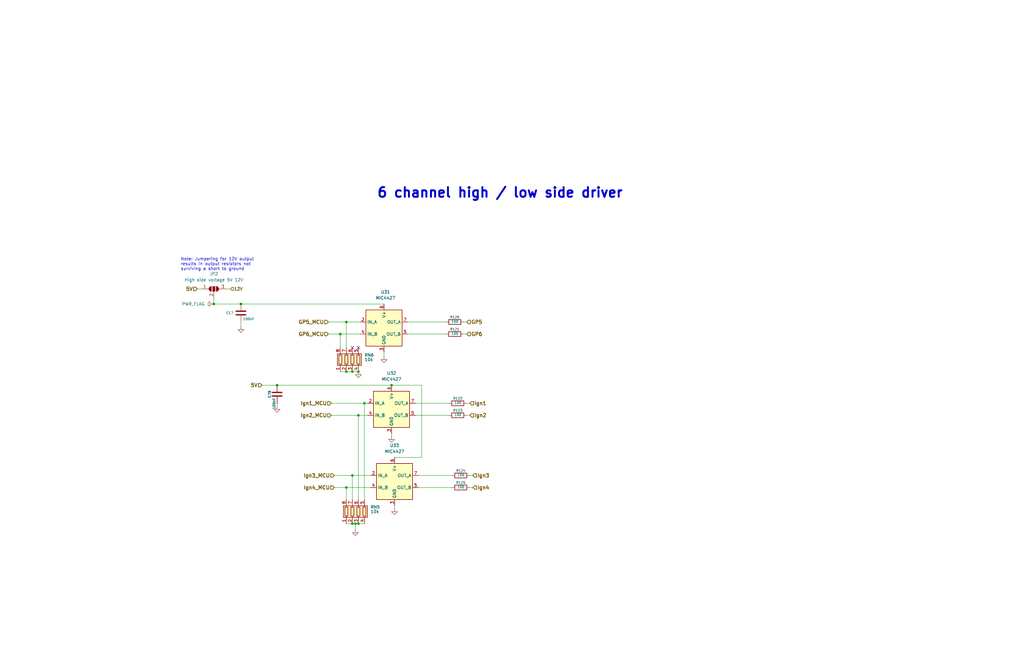
<source format=kicad_sch>
(kicad_sch (version 20250114) (generator "eeschema") (generator_version "9.0")
  (paper "B")
  (title_block (title "microRusEFI-2L") (date "2020-05-24") (rev "R0.5.2") (company "rusEFI.com") (comment 1 "Donald Becker") (comment 2 "AI6OD"))
  (lib_symbols
    (symbol "Device:C" (pin_numbers (hide yes)) (pin_names (offset 0.254))
      (property "Reference" "C" (at 0.635 2.54 0))
      (property "Value" "C" (at 0.635 -2.54 0))
      (symbol "C_0_1"
        (polyline (pts (xy -2.032 0.762) (xy 2.032 0.762)) (stroke (width 0.508)))
        (polyline (pts (xy -2.032 -0.762) (xy 2.032 -0.762)) (stroke (width 0.508)))
      )
      (symbol "C_1_1"
        (pin passive line (at 0 3.81 270) (length 2.794) (name "~") (number "1"))
        (pin passive line (at 0 -3.81 90) (length 2.794) (name "~") (number "2"))
      )
    )
    (symbol "Device:R" (pin_numbers (hide yes)) (pin_names (offset 0))
      (property "Reference" "R" (at 2.032 0 90))
      (property "Value" "R" (at 0 0 90))
      (symbol "R_0_1"
        (rectangle (start -1.016 -2.54) (end 1.016 2.54) (stroke (width 0.254)))
      )
      (symbol "R_1_1"
        (pin passive line (at 0 3.81 270) (length 1.27) (name "~") (number "1"))
        (pin passive line (at 0 -3.81 90) (length 1.27) (name "~") (number "2"))
      )
    )
    (symbol "Device:R_Pack04" (pin_names (offset 0) (hide yes))
      (property "Reference" "RN" (at -7.62 0 90))
      (property "Value" "R_Pack04" (at 5.08 0 90))
      (symbol "R_Pack04_0_1"
        (rectangle (start -6.35 -2.413) (end 3.81 2.413) (stroke (width 0.254)) (fill (type background)))
        (rectangle (start -5.715 1.905) (end -4.445 -1.905) (stroke (width 0.254)))
        (polyline (pts (xy -5.08 1.905) (xy -5.08 2.54)))
        (polyline (pts (xy -5.08 -2.54) (xy -5.08 -1.905)))
        (rectangle (start -3.175 1.905) (end -1.905 -1.905) (stroke (width 0.254)))
        (polyline (pts (xy -2.54 1.905) (xy -2.54 2.54)))
        (polyline (pts (xy -2.54 -2.54) (xy -2.54 -1.905)))
        (rectangle (start -0.635 1.905) (end 0.635 -1.905) (stroke (width 0.254)))
        (polyline (pts (xy 0 1.905) (xy 0 2.54)))
        (polyline (pts (xy 0 -2.54) (xy 0 -1.905)))
        (rectangle (start 1.905 1.905) (end 3.175 -1.905) (stroke (width 0.254)))
        (polyline (pts (xy 2.54 1.905) (xy 2.54 2.54)))
        (polyline (pts (xy 2.54 -2.54) (xy 2.54 -1.905)))
      )
      (symbol "R_Pack04_1_1"
        (pin passive line (at -5.08 5.08 270) (length 2.54) (name "R1.2") (number "8"))
        (pin passive line (at -5.08 -5.08 90) (length 2.54) (name "R1.1") (number "1"))
        (pin passive line (at -2.54 5.08 270) (length 2.54) (name "R2.2") (number "7"))
        (pin passive line (at -2.54 -5.08 90) (length 2.54) (name "R2.1") (number "2"))
        (pin passive line (at 0 5.08 270) (length 2.54) (name "R3.2") (number "6"))
        (pin passive line (at 0 -5.08 90) (length 2.54) (name "R3.1") (number "3"))
        (pin passive line (at 2.54 5.08 270) (length 2.54) (name "R4.2") (number "5"))
        (pin passive line (at 2.54 -5.08 90) (length 2.54) (name "R4.1") (number "4"))
      )
    )
    (symbol "Driver_FET:MIC4427"
      (property "Reference" "U" (at -7.62 8.89 0))
      (property "Value" "MIC4427" (at 1.27 8.89 0))
      (symbol "MIC4427_0_1"
        (rectangle (start -7.62 -7.62) (end 7.62 7.62) (stroke (width 0.254)) (fill (type background)))
      )
      (symbol "MIC4427_1_1"
        (pin input line (at -10.16 2.54 0) (length 2.54) (name "IN_A") (number "2"))
        (pin input line (at -10.16 -2.54 0) (length 2.54) (name "IN_B") (number "4"))
        (pin no_connect line (at -7.62 0 0) (length 2.54) (hide yes) (name "NC") (number "1"))
        (pin power_in line (at 0 10.16 270) (length 2.54) (name "V+") (number "6"))
        (pin power_in line (at 0 -10.16 90) (length 2.54) (name "GND") (number "3"))
        (pin no_connect line (at 7.62 0 180) (length 2.54) (hide yes) (name "NC") (number "8"))
        (pin output line (at 10.16 2.54 180) (length 2.54) (name "OUT_A") (number "7"))
        (pin output line (at 10.16 -2.54 180) (length 2.54) (name "OUT_B") (number "5"))
      )
    )
    (symbol "Jumper:SolderJumper_3_Open" (pin_names (offset 0) (hide yes))
      (property "Reference" "JP" (at -2.54 -2.54 0))
      (property "Value" "SolderJumper_3_Open" (at 0 2.794 0))
      (symbol "SolderJumper_3_Open_0_1"
        (polyline (pts (xy -2.54 0) (xy -2.032 0)))
        (polyline (pts (xy -1.016 1.016) (xy -1.016 -1.016)))
        (arc (start -1.016 -1.016) (mid -2.0275 0) (end -1.016 1.016))
        (arc (start -1.016 -1.016) (mid -2.0275 0) (end -1.016 1.016) (fill (type outline)))
        (rectangle (start -0.508 1.016) (end 0.508 -1.016) (fill (type outline)))
        (polyline (pts (xy 0 -1.27) (xy 0 -1.016)))
        (arc (start 1.016 1.016) (mid 2.0275 0) (end 1.016 -1.016))
        (arc (start 1.016 1.016) (mid 2.0275 0) (end 1.016 -1.016) (fill (type outline)))
        (polyline (pts (xy 1.016 1.016) (xy 1.016 -1.016)))
        (polyline (pts (xy 2.54 0) (xy 2.032 0)))
      )
      (symbol "SolderJumper_3_Open_1_1"
        (pin passive line (at -5.08 0 0) (length 2.54) (name "A") (number "1"))
        (pin input line (at 0 -3.81 90) (length 2.54) (name "C") (number "2"))
        (pin passive line (at 5.08 0 180) (length 2.54) (name "B") (number "3"))
      )
    )
    (symbol "power:GND" (power) (pin_names (offset 0))
      (property "Value" "GND" (at 0 -3.81 0))
      (symbol "GND_0_1"
        (polyline (pts (xy 0 0) (xy 0 -1.27) (xy 1.27 -1.27) (xy 0 -2.54) (xy -1.27 -1.27) (xy 0 -1.27)))
      )
      (symbol "GND_1_1"
        (pin power_in line (at 0 0 270) (length 0) (hide yes) (name "GND") (number "1"))
      )
    )
    (symbol "power:PWR_FLAG" (power) (pin_numbers (hide yes)) (pin_names (offset 0) (hide yes))
      (property "Value" "PWR_FLAG" (at 0 3.81 0))
      (symbol "PWR_FLAG_0_0"
        (pin power_out line (at 0 0 90) (length 0) (name "pwr") (number "1"))
      )
      (symbol "PWR_FLAG_0_1"
        (polyline (pts (xy 0 0) (xy 0 1.27) (xy -1.016 1.905) (xy 0 2.54) (xy 1.016 1.905) (xy 0 1.27)))
      )
    )
  )
  (text "Note: Jumpering for 12V output\nresults in output resistors not\nsurviving a short to ground" (at 76.2 114.3 0) (effects (font (size 1.27 1.27)) (justify left bottom)))
  (text "6 channel high / low side driver" (at 158.75 83.82 0) (effects (font (size 4.064 4.064) (thickness 0.8128) (bold yes)) (justify left bottom)))
  (junction (at 116.84 162.56))
  (junction (at 148.59 156.845))
  (junction (at 151.13 220.98))
  (junction (at 151.13 156.845))
  (junction (at 143.51 140.97))
  (junction (at 149.86 220.98))
  (junction (at 165.1 162.56))
  (junction (at 146.05 135.89))
  (junction (at 101.6 128.27))
  (junction (at 146.05 156.845))
  (junction (at 151.13 175.26))
  (junction (at 153.67 170.18))
  (junction (at 90.17 128.27))
  (junction (at 146.05 205.74))
  (junction (at 148.59 220.98))
  (junction (at 148.59 200.66))
  (no_connect (at 148.59 146.685))
  (no_connect (at 151.13 146.685))
  (wire (pts (xy 146.05 205.74) (xy 156.21 205.74)))
  (wire (pts (xy 196.85 170.18) (xy 198.12 170.18)))
  (wire (pts (xy 198.12 200.66) (xy 199.39 200.66)))
  (wire (pts (xy 176.53 205.74) (xy 190.5 205.74)))
  (wire (pts (xy 90.17 128.27) (xy 101.6 128.27)))
  (wire (pts (xy 198.12 205.74) (xy 199.39 205.74)))
  (wire (pts (xy 95.25 121.92) (xy 97.155 121.92)))
  (wire (pts (xy 177.8 162.56) (xy 165.1 162.56)))
  (wire (pts (xy 161.925 148.59) (xy 161.925 150.495)))
  (wire (pts (xy 196.85 175.26) (xy 198.12 175.26)))
  (wire (pts (xy 172.085 135.89) (xy 187.96 135.89)))
  (wire (pts (xy 195.58 135.89) (xy 196.85 135.89)))
  (wire (pts (xy 148.59 200.66) (xy 148.59 210.82)))
  (wire (pts (xy 176.53 200.66) (xy 190.5 200.66)))
  (wire (pts (xy 138.43 140.97) (xy 143.51 140.97)))
  (wire (pts (xy 110.49 162.56) (xy 116.84 162.56)))
  (wire (pts (xy 139.7 170.18) (xy 153.67 170.18)))
  (wire (pts (xy 101.6 135.89) (xy 101.6 137.795)))
  (wire (pts (xy 166.37 213.36) (xy 166.37 214.63)))
  (wire (pts (xy 139.7 175.26) (xy 151.13 175.26)))
  (wire (pts (xy 143.51 140.97) (xy 143.51 146.685)))
  (wire (pts (xy 153.67 170.18) (xy 153.67 210.82)))
  (wire (pts (xy 140.97 205.74) (xy 146.05 205.74)))
  (wire (pts (xy 90.17 125.73) (xy 90.17 128.27)))
  (wire (pts (xy 175.26 170.18) (xy 189.23 170.18)))
  (wire (pts (xy 140.97 200.66) (xy 148.59 200.66)))
  (wire (pts (xy 165.1 182.88) (xy 165.1 184.15)))
  (wire (pts (xy 154.94 170.18) (xy 153.67 170.18)))
  (wire (pts (xy 83.185 121.92) (xy 85.09 121.92)))
  (wire (pts (xy 138.43 135.89) (xy 146.05 135.89)))
  (wire (pts (xy 151.13 175.26) (xy 151.13 210.82)))
  (wire (pts (xy 116.84 162.56) (xy 165.1 162.56)))
  (wire (pts (xy 151.13 175.26) (xy 154.94 175.26)))
  (wire (pts (xy 146.05 205.74) (xy 146.05 210.82)))
  (wire (pts (xy 156.21 200.66) (xy 148.59 200.66)))
  (wire (pts (xy 143.51 140.97) (xy 151.765 140.97)))
  (wire (pts (xy 116.84 170.18) (xy 116.84 171.45)))
  (wire (pts (xy 148.59 156.845) (xy 151.13 156.845)))
  (wire (pts (xy 146.05 220.98) (xy 148.59 220.98)))
  (wire (pts (xy 151.13 220.98) (xy 153.67 220.98)))
  (wire (pts (xy 175.26 175.26) (xy 189.23 175.26)))
  (wire (pts (xy 151.765 135.89) (xy 146.05 135.89)))
  (wire (pts (xy 177.8 193.04) (xy 177.8 162.56)))
  (wire (pts (xy 143.51 156.845) (xy 146.05 156.845)))
  (wire (pts (xy 149.86 220.98) (xy 151.13 220.98)))
  (wire (pts (xy 166.37 193.04) (xy 177.8 193.04)))
  (wire (pts (xy 195.58 140.97) (xy 196.85 140.97)))
  (wire (pts (xy 101.6 128.27) (xy 161.925 128.27)))
  (wire (pts (xy 146.05 156.845) (xy 148.59 156.845)))
  (wire (pts (xy 172.085 140.97) (xy 187.96 140.97)))
  (wire (pts (xy 146.05 135.89) (xy 146.05 146.685)))
  (wire (pts (xy 149.86 220.98) (xy 149.86 223.52)))
  (wire (pts (xy 148.59 220.98) (xy 149.86 220.98)))
  (hierarchical_label "Ign1_MCU" (shape input) (at 139.7 170.18 180) (effects (font (size 1.524 1.524) (thickness 0.3048) (bold yes))))
  (hierarchical_label "Ign2" (shape input) (at 198.12 175.26 0) (effects (font (size 1.524 1.524) (thickness 0.3048) (bold yes))))
  (hierarchical_label "Ign3" (shape input) (at 199.39 200.66 0) (effects (font (size 1.524 1.524) (thickness 0.3048) (bold yes))))
  (hierarchical_label "Ign3_MCU" (shape input) (at 140.97 200.66 180) (effects (font (size 1.524 1.524) (thickness 0.3048) (bold yes))))
  (hierarchical_label "Ign1" (shape input) (at 198.12 170.18 0) (effects (font (size 1.524 1.524) (thickness 0.3048) (bold yes))))
  (hierarchical_label "12V" (shape input) (at 97.155 121.92 0) (effects (font (thickness 0.254) (bold yes))))
  (hierarchical_label "Ign2_MCU" (shape input) (at 139.7 175.26 180) (effects (font (size 1.524 1.524) (thickness 0.3048) (bold yes))))
  (hierarchical_label "GP5" (shape input) (at 196.85 135.89 0) (effects (font (size 1.524 1.524) (thickness 0.3048) (bold yes))))
  (hierarchical_label "5V" (shape input) (at 83.185 121.92 180) (effects (font (size 1.524 1.524) (thickness 0.3048) (bold yes))))
  (hierarchical_label "Ign4_MCU" (shape input) (at 140.97 205.74 180) (effects (font (size 1.524 1.524) (thickness 0.3048) (bold yes))))
  (hierarchical_label "GP6" (shape input) (at 196.85 140.97 0) (effects (font (size 1.524 1.524) (thickness 0.3048) (bold yes))))
  (hierarchical_label "GP5_MCU" (shape input) (at 138.43 135.89 180) (effects (font (size 1.524 1.524) (thickness 0.3048) (bold yes))))
  (hierarchical_label "Ign4" (shape input) (at 199.39 205.74 0) (effects (font (size 1.524 1.524) (thickness 0.3048) (bold yes))))
  (hierarchical_label "GP6_MCU" (shape input) (at 138.43 140.97 180) (effects (font (size 1.524 1.524) (thickness 0.3048) (bold yes))))
  (hierarchical_label "5V" (shape input) (at 110.49 162.56 180) (effects (font (size 1.524 1.524) (thickness 0.3048) (bold yes))))
  (symbol (lib_id "power:GND") (at 149.86 223.52 0) (unit 1)
    (property "Reference" "#PWR0153" (effects (hide yes)))
    (property "Value" "GND" (effects (hide yes)))
  )
  (symbol (lib_id "Device:C") (at 116.84 166.37 0) (mirror y) (unit 1)
    (property "Reference" "C78" (at 113.665 166.37 90) (effects (font (size 1.016 1.016))))
    (property "Value" "100nF" (at 115.57 172.72 90) (effects (font (size 1.016 1.016)) (justify left)))
    (property "Footprint" "Capacitor_SMD:C_0603_1608Metric" (effects (hide yes)))
    (property "LCSC" "C14663" (effects (hide yes)))
    (property "Manufacturer" "KEMET" (effects (hide yes)))
    (property "Part #" "C0603C104J5RACTU" (effects (hide yes)))
    (property "VEND" "DIGI" (effects (hide yes)))
    (property "VEND#" "399-7844-1-ND" (effects (hide yes)))
  )
  (symbol (lib_id "power:GND") (at 116.84 171.45 0) (unit 1)
    (property "Reference" "#PWR0149" (effects (hide yes)))
    (property "Value" "GND" (effects (hide yes)))
  )
  (symbol (lib_id "Device:R") (at 191.77 135.89 270) (mirror x) (unit 1)
    (property "Reference" "R120" (at 191.77 133.858 90) (effects (font (size 1.016 1.016))))
    (property "Value" "100" (at 191.7954 135.7122 90) (effects (font (size 1.016 1.016))))
    (property "Footprint" "Resistor_SMD:R_1206_3216Metric" (effects (hide yes)))
    (property "Part #" "RMCF0603FT100R" (effects (hide yes)))
    (property "VEND" "DIGI" (effects (hide yes)))
    (property "VEND#" "RMCF0603FT100RCT-ND" (effects (hide yes)))
    (property "Manufacturer" "StackPole" (effects (hide yes)))
    (property "LCSC" "C17901" (effects (hide yes)))
  )
  (symbol (lib_id "power:GND") (at 161.925 150.495 0) (unit 1)
    (property "Reference" "#PWR0158" (effects (hide yes)))
    (property "Value" "GND" (effects (hide yes)))
  )
  (symbol (lib_id "power:GND") (at 151.13 156.845 0) (unit 1)
    (property "Reference" "#PWR0150" (effects (hide yes)))
    (property "Value" "GND" (effects (hide yes)))
  )
  (symbol (lib_id "Device:R") (at 191.77 140.97 270) (mirror x) (unit 1)
    (property "Reference" "R121" (at 191.77 138.938 90) (effects (font (size 1.016 1.016))))
    (property "Value" "100" (at 191.7954 140.7922 90) (effects (font (size 1.016 1.016))))
    (property "Footprint" "Resistor_SMD:R_1206_3216Metric" (effects (hide yes)))
    (property "Part #" "RMCF0603FT100R" (effects (hide yes)))
    (property "VEND" "DIGI" (effects (hide yes)))
    (property "VEND#" "RMCF0603FT100RCT-ND" (effects (hide yes)))
    (property "Manufacturer" "StackPole" (effects (hide yes)))
    (property "LCSC" "C17901" (effects (hide yes)))
  )
  (symbol (lib_id "Device:R") (at 193.04 170.18 270) (mirror x) (unit 1)
    (property "Reference" "R122" (at 193.04 168.148 90) (effects (font (size 1.016 1.016))))
    (property "Value" "100" (at 193.0654 170.0022 90) (effects (font (size 1.016 1.016))))
    (property "Footprint" "Resistor_SMD:R_1206_3216Metric" (effects (hide yes)))
    (property "Part #" "RMCF0603FT100R" (effects (hide yes)))
    (property "VEND" "DIGI" (effects (hide yes)))
    (property "VEND#" "RMCF0603FT100RCT-ND" (effects (hide yes)))
    (property "Manufacturer" "StackPole" (effects (hide yes)))
    (property "LCSC" "C17901" (effects (hide yes)))
  )
  (symbol (lib_id "Device:R") (at 193.04 175.26 270) (mirror x) (unit 1)
    (property "Reference" "R123" (at 193.04 173.228 90) (effects (font (size 1.016 1.016))))
    (property "Value" "100" (at 193.0654 175.0822 90) (effects (font (size 1.016 1.016))))
    (property "Footprint" "Resistor_SMD:R_1206_3216Metric" (effects (hide yes)))
    (property "Part #" "RMCF0603FT100R" (effects (hide yes)))
    (property "VEND" "DIGI" (effects (hide yes)))
    (property "VEND#" "RMCF0603FT100RCT-ND" (effects (hide yes)))
    (property "Manufacturer" "StackPole" (effects (hide yes)))
    (property "LCSC" "C17901" (effects (hide yes)))
  )
  (symbol (lib_id "Device:R") (at 194.31 200.66 270) (mirror x) (unit 1)
    (property "Reference" "R124" (at 194.31 198.628 90) (effects (font (size 1.016 1.016))))
    (property "Value" "100" (at 194.3354 200.4822 90) (effects (font (size 1.016 1.016))))
    (property "Footprint" "Resistor_SMD:R_1206_3216Metric" (effects (hide yes)))
    (property "Part #" "RMCF0603FT100R" (effects (hide yes)))
    (property "VEND" "DIGI" (effects (hide yes)))
    (property "VEND#" "RMCF0603FT100RCT-ND" (effects (hide yes)))
    (property "Manufacturer" "StackPole" (effects (hide yes)))
    (property "LCSC" "C17901" (effects (hide yes)))
  )
  (symbol (lib_id "Device:R") (at 194.31 205.74 270) (mirror x) (unit 1)
    (property "Reference" "R125" (at 194.31 203.708 90) (effects (font (size 1.016 1.016))))
    (property "Value" "100" (at 194.3354 205.5622 90) (effects (font (size 1.016 1.016))))
    (property "Footprint" "Resistor_SMD:R_1206_3216Metric" (effects (hide yes)))
    (property "Part #" "RMCF0603FT100R" (effects (hide yes)))
    (property "VEND" "DIGI" (effects (hide yes)))
    (property "VEND#" "RMCF0603FT100RCT-ND" (effects (hide yes)))
    (property "Manufacturer" "StackPole" (effects (hide yes)))
    (property "LCSC" "C17901" (effects (hide yes)))
  )
  (symbol (lib_id "Jumper:SolderJumper_3_Open") (at 90.17 121.92 0) (unit 1)
    (property "Reference" "JP2" (at 90.17 115.57 0))
    (property "Value" "High side voltage 5V 12V" (at 90.17 118.11 0))
    (property "Footprint" "Jumper:SolderJumper-3_P1.3mm_Open_Pad1.0x1.5mm" (effects (hide yes)))
  )
  (symbol (lib_id "Device:R_Pack04") (at 151.13 215.9 0) (unit 1)
    (property "Reference" "RN5" (at 156.21 213.995 0) (effects (justify left)))
    (property "Value" "10k" (at 156.21 215.9 0) (effects (justify left)))
    (property "Footprint" "Resistor_SMD:R_Array_Convex_4x0603" (effects (hide yes)))
    (property "LCSC" "C29718" (effects (hide yes)))
    (property "Manufacturer" "Yageo" (effects (hide yes)))
    (property "Part #" "YC164-JR-0710KL" (effects (hide yes)))
    (property "VEND" "DIGI" (effects (hide yes)))
    (property "VEND#" "YC164J-10KCT-ND" (effects (hide yes)))
  )
  (symbol (lib_id "Device:R_Pack04") (at 148.59 151.765 0) (unit 1)
    (property "Reference" "RN6" (at 153.67 149.86 0) (effects (justify left)))
    (property "Value" "10k" (at 153.67 151.765 0) (effects (justify left)))
    (property "Footprint" "Resistor_SMD:R_Array_Convex_4x0603" (effects (hide yes)))
    (property "LCSC" "C29718" (effects (hide yes)))
    (property "Manufacturer" "Yageo" (effects (hide yes)))
    (property "Part #" "YC164-JR-0710KL" (effects (hide yes)))
    (property "VEND" "DIGI" (effects (hide yes)))
    (property "VEND#" "YC164J-10KCT-ND" (effects (hide yes)))
  )
  (symbol (lib_id "Driver_FET:MIC4427") (at 161.925 138.43 0) (unit 1)
    (property "Reference" "U31" (at 162.56 123.19 0))
    (property "Value" "MIC4427" (at 162.56 125.73 0))
    (property "Footprint" "Package_SO:SOIC-8_3.9x4.9mm_P1.27mm" (effects (hide yes)))
    (property "Datasheet" "http://ww1.microchip.com/downloads/en/DeviceDoc/mic4426.pdf" (effects (hide yes)))
    (property "LCSC" "C144205" (effects (hide yes)))
  )
  (symbol (lib_id "Driver_FET:MIC4427") (at 166.37 203.2 0) (unit 1)
    (property "Reference" "U33" (at 166.37 187.96 0))
    (property "Value" "MIC4427" (at 166.37 190.5 0))
    (property "Footprint" "Package_SO:SOIC-8_3.9x4.9mm_P1.27mm" (effects (hide yes)))
    (property "Datasheet" "http://ww1.microchip.com/downloads/en/DeviceDoc/mic4426.pdf" (effects (hide yes)))
    (property "LCSC" "C144205" (effects (hide yes)))
  )
  (symbol (lib_id "power:GND") (at 166.37 214.63 0) (unit 1)
    (property "Reference" "#PWR0137" (effects (hide yes)))
    (property "Value" "GND" (effects (hide yes)))
  )
  (symbol (lib_id "Driver_FET:MIC4427") (at 165.1 172.72 0) (unit 1)
    (property "Reference" "U32" (at 165.1 157.48 0))
    (property "Value" "MIC4427" (at 165.1 160.02 0))
    (property "Footprint" "Package_SO:SOIC-8_3.9x4.9mm_P1.27mm" (effects (hide yes)))
    (property "Datasheet" "http://ww1.microchip.com/downloads/en/DeviceDoc/mic4426.pdf" (effects (hide yes)))
    (property "LCSC" "C144205" (effects (hide yes)))
  )
  (symbol (lib_id "power:GND") (at 165.1 184.15 0) (unit 1)
    (property "Reference" "#PWR0146" (effects (hide yes)))
    (property "Value" "GND" (effects (hide yes)))
  )
  (symbol (lib_id "power:PWR_FLAG") (at 90.17 128.27 90) (unit 1)
    (property "Reference" "#FLG0107" (effects (hide yes)))
    (property "Value" "PWR_FLAG" (at 86.36 128.27 90) (effects (justify left)))
  )
  (symbol (lib_id "Device:C") (at 101.6 132.08 0) (mirror y) (unit 1)
    (property "Reference" "C17" (at 98.425 132.08 0) (effects (font (size 1.016 1.016)) (justify left)))
    (property "Value" "100nF" (at 107.315 134.62 0) (effects (font (size 1.016 1.016)) (justify left)))
    (property "Footprint" "Capacitor_SMD:C_0603_1608Metric" (effects (hide yes)))
    (property "LCSC" "C14663" (effects (hide yes)))
    (property "Manufacturer" "KEMET" (effects (hide yes)))
    (property "Part #" "C0603C104J5RACTU" (effects (hide yes)))
    (property "VEND" "DIGI" (effects (hide yes)))
    (property "VEND#" "399-7844-1-ND" (effects (hide yes)))
  )
  (symbol (lib_id "power:GND") (at 101.6 137.795 0) (unit 1)
    (property "Reference" "#PWR0164" (effects (hide yes)))
    (property "Value" "GND" (effects (hide yes)))
  )
)
</source>
